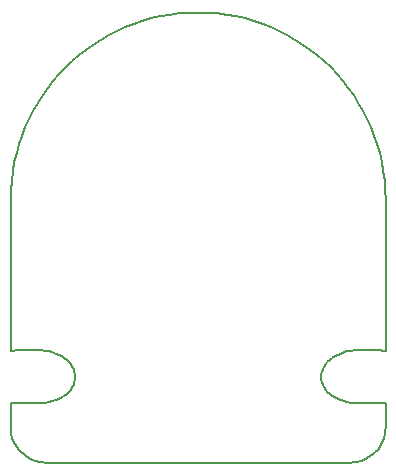
<source format=gbr>
G04 #@! TF.GenerationSoftware,KiCad,Pcbnew,(5.99.0-12170-ge0011fcd93)*
G04 #@! TF.CreationDate,2021-10-18T14:42:09-07:00*
G04 #@! TF.ProjectId,microbug,6d696372-6f62-4756-972e-6b696361645f,rev?*
G04 #@! TF.SameCoordinates,Original*
G04 #@! TF.FileFunction,Profile,NP*
%FSLAX46Y46*%
G04 Gerber Fmt 4.6, Leading zero omitted, Abs format (unit mm)*
G04 Created by KiCad (PCBNEW (5.99.0-12170-ge0011fcd93)) date 2021-10-18 14:42:09*
%MOMM*%
%LPD*%
G01*
G04 APERTURE LIST*
G04 #@! TA.AperFunction,Profile*
%ADD10C,0.200000*%
G04 #@! TD*
%ADD11C,0.200000*%
G04 APERTURE END LIST*
D10*
X88187603Y-70000151D02*
X88089480Y-70000151D01*
X88285729Y-70000151D02*
X88187603Y-70000151D01*
X88678230Y-70000151D02*
X88580104Y-70000151D01*
X88776354Y-70000151D02*
X88678230Y-70000151D01*
X89680117Y-69989052D02*
X89724911Y-69985665D01*
X88580104Y-70000151D02*
X88481978Y-70000151D01*
X88383855Y-70000151D02*
X88285729Y-70000151D01*
X89947666Y-69962064D02*
X89991926Y-69956005D01*
D11*
X58330112Y-72000149D02*
X58345600Y-72306881D01*
X58391061Y-72604753D01*
X58464985Y-72892257D01*
X58565866Y-73167884D01*
X58692195Y-73430127D01*
X58842464Y-73677478D01*
X59015165Y-73908428D01*
X59208790Y-74121470D01*
X59421832Y-74315095D01*
X59652782Y-74487796D01*
X59900132Y-74638066D01*
X60162375Y-74764395D01*
X60438002Y-74865275D01*
X60725506Y-74939200D01*
X61023378Y-74984661D01*
X61330111Y-75000150D01*
D10*
X89168855Y-70000151D02*
X89070729Y-70000151D01*
X61330111Y-75000150D02*
X87080105Y-75000150D01*
X88481978Y-70000151D02*
X88383855Y-70000151D01*
X89070729Y-70000151D02*
X88972606Y-70000151D01*
X89365104Y-70000151D02*
X89266978Y-70000151D01*
X88874480Y-70000151D02*
X88776354Y-70000151D01*
X88972606Y-70000151D02*
X88874480Y-70000151D01*
X89266978Y-70000151D02*
X89168855Y-70000151D01*
X90036074Y-69949497D02*
X90080104Y-69942538D01*
X89991926Y-69956005D02*
X90036074Y-69949497D01*
X89903301Y-69967673D02*
X89947666Y-69962064D01*
X90080104Y-72000149D02*
X90080104Y-69942612D01*
X89858835Y-69972833D02*
X89903301Y-69967673D01*
X89590339Y-69994370D02*
X89635257Y-69991989D01*
X89500354Y-69998074D02*
X89545370Y-69996487D01*
X89410216Y-69999926D02*
X89455301Y-69999132D01*
X89455301Y-69999132D02*
X89500354Y-69998074D01*
X89769634Y-69981829D02*
X89814277Y-69977542D01*
X89365104Y-70000151D02*
X89410216Y-69999926D01*
X89724911Y-69985665D02*
X89769634Y-69981829D01*
X89635257Y-69991989D02*
X89680117Y-69989052D01*
D11*
X87080105Y-75000150D02*
X87386837Y-74984661D01*
X87684709Y-74939200D01*
X87972213Y-74865275D01*
X88247840Y-74764395D01*
X88510083Y-74638066D01*
X88757433Y-74487796D01*
X88988383Y-74315095D01*
X89201425Y-74121470D01*
X89395050Y-73908428D01*
X89567751Y-73677478D01*
X89718020Y-73430127D01*
X89844349Y-73167884D01*
X89945230Y-72892257D01*
X90019154Y-72604753D01*
X90064615Y-72306881D01*
X90080104Y-72000149D01*
D10*
X89814277Y-69977542D02*
X89858835Y-69972833D01*
X89545370Y-69996487D02*
X89590339Y-69994370D01*
X87991354Y-70000151D02*
X87893230Y-70000151D01*
X88089480Y-70000151D02*
X87991354Y-70000151D01*
X63780663Y-67980201D02*
X63797093Y-67750151D01*
X63654036Y-68419232D02*
X63732445Y-68203604D01*
X63413043Y-68822634D02*
X63547036Y-68625953D01*
X60615112Y-70000151D02*
X60940451Y-69988536D01*
X58774959Y-65508313D02*
X58730099Y-65511250D01*
X58819877Y-65505932D02*
X58774959Y-65508313D01*
X58954915Y-65501169D02*
X58909862Y-65502228D01*
X59045112Y-65500151D02*
X59143238Y-65500151D01*
X62865112Y-69341140D02*
X63070481Y-69181361D01*
X62394188Y-69615886D02*
X62639147Y-69486360D01*
X60320736Y-65500151D02*
X60418862Y-65500151D01*
X60222610Y-65500151D02*
X60320736Y-65500151D01*
X58640582Y-65518473D02*
X58595939Y-65522733D01*
X60124487Y-65500151D02*
X60222610Y-65500151D01*
X58730099Y-65511250D02*
X58685305Y-65514637D01*
X90080104Y-65557690D02*
X90080104Y-52775157D01*
X60026361Y-65500151D02*
X60124487Y-65500151D01*
X59928238Y-65500151D02*
X60026361Y-65500151D01*
X63253660Y-69008146D02*
X63413043Y-68822634D01*
X63070481Y-69181361D02*
X63253660Y-69008146D01*
X61561336Y-69898996D02*
X61853681Y-69823335D01*
X61256393Y-69954439D02*
X61561336Y-69898996D01*
X58506915Y-65532628D02*
X58462550Y-65538238D01*
X59241361Y-65500151D02*
X59339487Y-65500151D01*
X58909862Y-65502228D02*
X58864846Y-65503815D01*
X60516986Y-65500151D02*
X60615112Y-65500151D01*
X89410216Y-65500302D02*
X89365104Y-65500077D01*
X62131833Y-69728588D02*
X62394188Y-69615886D01*
X59437613Y-65500151D02*
X59535736Y-65500151D01*
X58374142Y-65550805D02*
X58330112Y-65557764D01*
D11*
X74205108Y-36900156D02*
X73388182Y-36920812D01*
X72581982Y-36982116D01*
X71787502Y-37083071D01*
X71005742Y-37222679D01*
X70237699Y-37399942D01*
X69484370Y-37613864D01*
X68746752Y-37863446D01*
X68025843Y-38147691D01*
X67322641Y-38465602D01*
X66638142Y-38816181D01*
X65973345Y-39198431D01*
X65329247Y-39611354D01*
X64706845Y-40053954D01*
X64107136Y-40525232D01*
X63531119Y-41024191D01*
X62979791Y-41549833D01*
X62454148Y-42101162D01*
X61955189Y-42677179D01*
X61483911Y-43276887D01*
X61041312Y-43899289D01*
X60628388Y-44543388D01*
X60246138Y-45208185D01*
X59895559Y-45892684D01*
X59577648Y-46595887D01*
X59293402Y-47316796D01*
X59043820Y-48054414D01*
X58829898Y-48807744D01*
X58652635Y-49575788D01*
X58513027Y-50357549D01*
X58412072Y-51152029D01*
X58350768Y-51958230D01*
X58330112Y-52775157D01*
D10*
X59633862Y-65500151D02*
X59731986Y-65500151D01*
X59045112Y-65500151D02*
X59000000Y-65500376D01*
X58330112Y-52775157D02*
X58330112Y-65557690D01*
X58418290Y-65544296D02*
X58374142Y-65550805D01*
X58462550Y-65538238D02*
X58418290Y-65544296D01*
X59000000Y-65500376D02*
X58954915Y-65501169D01*
D11*
X90080104Y-52775157D02*
X90059447Y-51958230D01*
X89998143Y-51152029D01*
X89897188Y-50357549D01*
X89757580Y-49575788D01*
X89580317Y-48807744D01*
X89366395Y-48054414D01*
X89116813Y-47316796D01*
X88832567Y-46595887D01*
X88514656Y-45892684D01*
X88164077Y-45208185D01*
X87781827Y-44543388D01*
X87368903Y-43899289D01*
X86926304Y-43276887D01*
X86455026Y-42677179D01*
X85956067Y-42101162D01*
X85430424Y-41549833D01*
X84879096Y-41024191D01*
X84303079Y-40525232D01*
X83703370Y-40053954D01*
X83080968Y-39611354D01*
X82436870Y-39198431D01*
X81772073Y-38816181D01*
X81087574Y-38465602D01*
X80384372Y-38147691D01*
X79663463Y-37863446D01*
X78925845Y-37613864D01*
X78172516Y-37399942D01*
X77404473Y-37222679D01*
X76622713Y-37083071D01*
X75828233Y-36982116D01*
X75022033Y-36920812D01*
X74205108Y-36900156D01*
D10*
X58595939Y-65522733D02*
X58551381Y-65527469D01*
X59339487Y-65500151D02*
X59437613Y-65500151D01*
X63654036Y-67081070D02*
X63547036Y-66874349D01*
X59830112Y-65500151D02*
X59928238Y-65500151D01*
X60418862Y-65500151D02*
X60516986Y-65500151D01*
X63732445Y-68203604D02*
X63780663Y-67980201D01*
X62639147Y-69486360D02*
X62865112Y-69341140D01*
X63547036Y-68625953D02*
X63654036Y-68419232D01*
X58551381Y-65527469D02*
X58506915Y-65532628D01*
X60940451Y-69988536D02*
X61256393Y-69954439D01*
X59731986Y-65500151D02*
X59830112Y-65500151D01*
X59535736Y-65500151D02*
X59633862Y-65500151D01*
X59143238Y-65500151D02*
X59241361Y-65500151D01*
X58685305Y-65514637D02*
X58640582Y-65518473D01*
X63732445Y-67296698D02*
X63654036Y-67081070D01*
X61853681Y-69823335D02*
X62131833Y-69728588D01*
X63797093Y-67750151D02*
X63780663Y-67520101D01*
X58864846Y-65503815D02*
X58819877Y-65505932D01*
X63780663Y-67520101D02*
X63732445Y-67296698D01*
X84756180Y-67081070D02*
X84677771Y-67296698D01*
X88972606Y-65500151D02*
X89070729Y-65500151D01*
X88678230Y-65500151D02*
X88776354Y-65500151D01*
X88089480Y-65500151D02*
X88187603Y-65500151D01*
X86016028Y-69615886D02*
X86278383Y-69728588D01*
X85156556Y-69008146D02*
X85339735Y-69181361D01*
X86556535Y-69823335D02*
X86848880Y-69898996D01*
X85156556Y-66492155D02*
X84997173Y-66677668D01*
X85339735Y-66318941D02*
X85156556Y-66492155D01*
X85771069Y-69486360D02*
X86016028Y-69615886D01*
X85545104Y-66159162D02*
X85339735Y-66318941D01*
X89455301Y-65501095D02*
X89410216Y-65500302D01*
X88580104Y-65500151D02*
X88678230Y-65500151D01*
X87153823Y-69954439D02*
X87469765Y-69988536D01*
X86556535Y-65676966D02*
X86278383Y-65771714D01*
X84629553Y-67520101D02*
X84613123Y-67750151D01*
X89500354Y-65502154D02*
X89455301Y-65501095D01*
X89070729Y-65500151D02*
X89168855Y-65500151D01*
X84677771Y-67296698D02*
X84629553Y-67520101D01*
X89858835Y-65527395D02*
X89814277Y-65522659D01*
X86848880Y-69898996D02*
X87153823Y-69954439D01*
X87469765Y-69988536D02*
X87795104Y-70000151D01*
X84756180Y-68419232D02*
X84863180Y-68625953D01*
X87469765Y-65511766D02*
X87153823Y-65545863D01*
X89545370Y-65503741D02*
X89500354Y-65502154D01*
X86848880Y-65601306D02*
X86556535Y-65676966D01*
X89590339Y-65505858D02*
X89545370Y-65503741D01*
X87893230Y-65500151D02*
X87991354Y-65500151D01*
X89635257Y-65508239D02*
X89590339Y-65505858D01*
X89680117Y-65511176D02*
X89635257Y-65508239D01*
X89769634Y-65518399D02*
X89724911Y-65514563D01*
X84863180Y-66874349D02*
X84756180Y-67081070D01*
X87991354Y-65500151D02*
X88089480Y-65500151D01*
X89814277Y-65522659D02*
X89769634Y-65518399D01*
X89266978Y-65500151D02*
X89365104Y-65500151D01*
X88187603Y-65500151D02*
X88285729Y-65500151D01*
X87795104Y-65500151D02*
X87893230Y-65500151D01*
X85339735Y-69181361D02*
X85545104Y-69341140D01*
X84997173Y-68822634D02*
X85156556Y-69008146D01*
X84613123Y-67750151D02*
X84629553Y-67980201D01*
X84997173Y-66677668D02*
X84863180Y-66874349D01*
X87893230Y-70000151D02*
X87795104Y-70000151D01*
X88776354Y-65500151D02*
X88874480Y-65500151D01*
X89991926Y-65544222D02*
X89947666Y-65538163D01*
X86278383Y-65771714D02*
X86016028Y-65884416D01*
X86278383Y-69728588D02*
X86556535Y-69823335D01*
X85771069Y-66013942D02*
X85545104Y-66159162D01*
X90080104Y-65557690D02*
X90036074Y-65550731D01*
X84677771Y-68203604D02*
X84756180Y-68419232D01*
X87153823Y-65545863D02*
X86848880Y-65601306D01*
X89724911Y-65514563D02*
X89680117Y-65511176D01*
X89903301Y-65532554D02*
X89858835Y-65527395D01*
X89947666Y-65538163D02*
X89903301Y-65532554D01*
X86016028Y-65884416D02*
X85771069Y-66013942D01*
X90036074Y-65550731D02*
X89991926Y-65544222D01*
X89168855Y-65500151D02*
X89266978Y-65500151D01*
X88383855Y-65500151D02*
X88481978Y-65500151D01*
X85545104Y-69341140D02*
X85771069Y-69486360D01*
X88874480Y-65500151D02*
X88972606Y-65500151D01*
X88481978Y-65500151D02*
X88580104Y-65500151D01*
X87795104Y-65500151D02*
X87469765Y-65511766D01*
X84863180Y-68625953D02*
X84997173Y-68822634D01*
X88285729Y-65500151D02*
X88383855Y-65500151D01*
X84629553Y-67980201D02*
X84677771Y-68203604D01*
X58774959Y-69992063D02*
X58819877Y-69994444D01*
X58864846Y-69996561D02*
X58909862Y-69998148D01*
X58506915Y-69967748D02*
X58551381Y-69972907D01*
X59143238Y-70000151D02*
X59045112Y-70000151D01*
X63547036Y-66874349D02*
X63413043Y-66677668D01*
X58462550Y-69962138D02*
X58506915Y-69967748D01*
X59241361Y-70000151D02*
X59143238Y-70000151D01*
X60940451Y-65511766D02*
X60615112Y-65500151D01*
X58330112Y-69942612D02*
X58374142Y-69949571D01*
X60124487Y-70000151D02*
X60026361Y-70000151D01*
X58909862Y-69998148D02*
X58954915Y-69999207D01*
X59633862Y-70000151D02*
X59535736Y-70000151D01*
X58551381Y-69972907D02*
X58595939Y-69977617D01*
X63253660Y-66492155D02*
X63070481Y-66318941D01*
X59535736Y-70000151D02*
X59437613Y-70000151D01*
X59830112Y-70000151D02*
X59731986Y-70000151D01*
X58330112Y-69942612D02*
X58330112Y-72000149D01*
X58954915Y-69999207D02*
X59000000Y-70000000D01*
X58819877Y-69994444D02*
X58864846Y-69996561D01*
X58685305Y-69985739D02*
X58730099Y-69989126D01*
X58418290Y-69956079D02*
X58462550Y-69962138D01*
X63070481Y-66318941D02*
X62865112Y-66159162D01*
X59731986Y-70000151D02*
X59633862Y-70000151D01*
X58374142Y-69949571D02*
X58418290Y-69956079D01*
X61561336Y-65601306D02*
X61256393Y-65545863D01*
X60222610Y-70000151D02*
X60124487Y-70000151D01*
X62131833Y-65771714D02*
X61853681Y-65676966D01*
X62639147Y-66013942D02*
X62394188Y-65884416D01*
X58730099Y-69989126D02*
X58774959Y-69992063D01*
X62394188Y-65884416D02*
X62131833Y-65771714D01*
X60320736Y-70000151D02*
X60222610Y-70000151D01*
X60516986Y-70000151D02*
X60418862Y-70000151D01*
X63413043Y-66677668D02*
X63253660Y-66492155D01*
X59437613Y-70000151D02*
X59339487Y-70000151D01*
X62865112Y-66159162D02*
X62639147Y-66013942D01*
X58640582Y-69981903D02*
X58685305Y-69985739D01*
X59339487Y-70000151D02*
X59241361Y-70000151D01*
X60615112Y-70000151D02*
X60516986Y-70000151D01*
X61256393Y-65545863D02*
X60940451Y-65511766D01*
X60418862Y-70000151D02*
X60320736Y-70000151D01*
X60026361Y-70000151D02*
X59928238Y-70000151D01*
X59928238Y-70000151D02*
X59830112Y-70000151D01*
X61853681Y-65676966D02*
X61561336Y-65601306D01*
X58595939Y-69977617D02*
X58640582Y-69981903D01*
X59000000Y-70000000D02*
X59045112Y-70000225D01*
M02*

</source>
